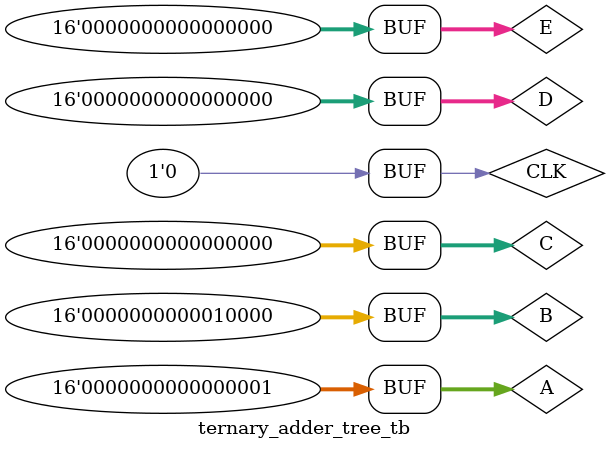
<source format=v>
module ternary_adder_tree_tb();

parameter WIDTH = 16;

reg [WIDTH-1:0] A, B, C, D, E;
reg CLK;
wire [WIDTH-1:0] OUT;

ternary_adder_tree uut (
   .A(A),
   .B(B),
   .C(C),
   .D(D),
   .E(E),
   .CLK(CLK),
   .OUT(OUT)
);

initial begin
    #10; // delay for setup
    A = 8'h0001; B = 8'h0010; C = 8'h0100; D = 8'h1000; E = 8'h0000;
    CLK = 1'b0;
    #20; // clock pulse
    CLK = 1'b1;
    #20;
    $monitor($time, "A=%h, B=%h, C=%h, D=%h, E=%h, OUT=%h", A, B, C, D, E, OUT);
    repeat (5) begin
        #10; // delay between pulses
        CLK = ~CLK;
        #10;
    end
    $display("Simulation complete");
end

endmodule
</source>
